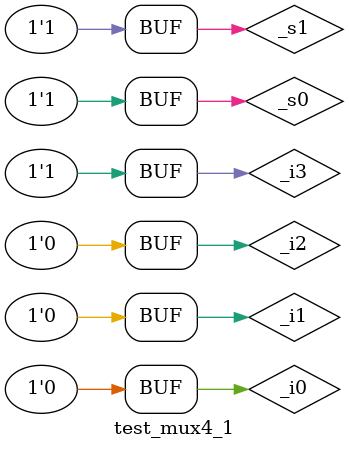
<source format=v>
module mux4_1 (i0,i1,i2,i3,s0,s1,out);

input i0,i1,i2,i3,s0,s1;
output out;

wire ns0,ns1,wi0,wi1,wi2,wi3;

not(ns0,s0);
not(ns1,s1);

and(wi0,i0,ns0,ns1);

and(wi1,i1,s0,ns1);

and(wi2,i2,ns0,s1);

and(wi3,i3,s0,s1);

or (out,wi0,wi1,wi2,wi3);

endmodule


module test_mux4_1;

reg _i0,_i1,_i2,_i3,_s0,_s1;
wire _out;

mux4_1 full(.i0(_i0),.i1(_i1),.i2(_i2),.i3(_i3),.s0(_s0),.s1(_s1),.out(_out));

initial begin
_i0=1'b1; _i1=1'b0; _i2=1'b0; _i3=1'b0; _s0=1'b0; _s1=1'b0;

#10

_i0=1'b1; _i1=1'b0; _i2=1'b1; _i3=1'b1; _s0=1'b1; _s1=1'b0;

#10

_i0=1'b0; _i1=1'b0; _i2=1'b1; _i3=1'b0; _s0=1'b0; _s1=1'b1;

#10

_i0=1'b0; _i1=1'b0; _i2=1'b0; _i3=1'b1; _s0=1'b1; _s1=1'b1;


end

endmodule

</source>
